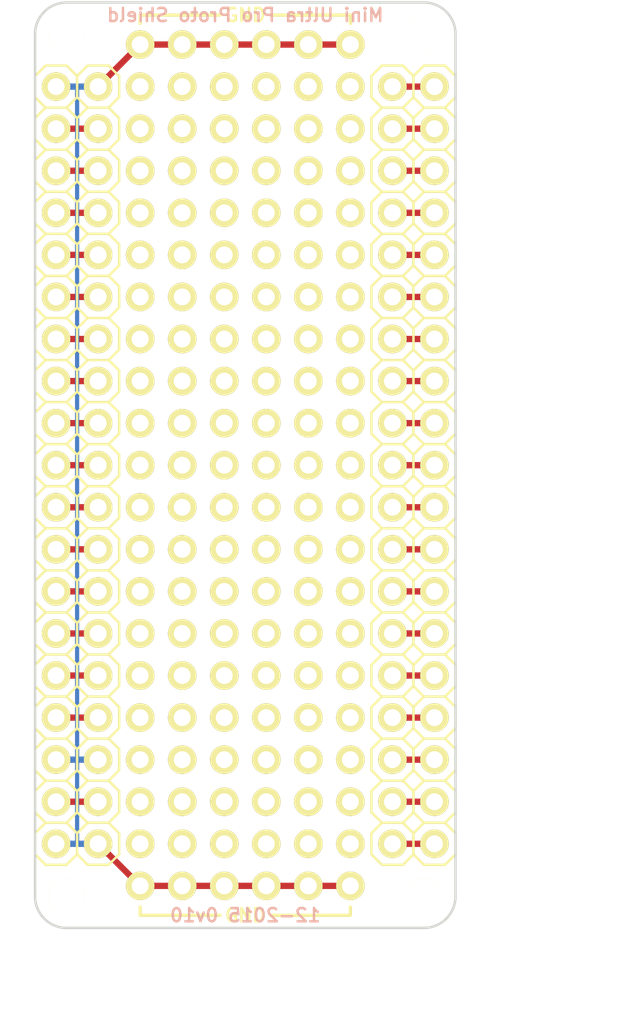
<source format=kicad_pcb>
(kicad_pcb (version 20221018) (generator pcbnew)
  (title_block (title "Mini Ultra Pro Proto Shield") (date "2015-12-13") (rev "0.10") (company "Rocket Scream Electronics"))
  (layers (0 "F.Cu" signal) (31 "B.Cu" signal) (34 "B.Paste" user) (35 "F.Paste" user) (36 "B.SilkS" user "B.Silkscreen") (37 "F.SilkS" user "F.Silkscreen") (38 "B.Mask" user) (39 "F.Mask" user) (44 "Edge.Cuts" user))
  (net 0 "")
  (net 1 "GND")
  (net 2 "3V3")
  (net 3 "VBUS")
  (net 4 "VBAT")
  (net 5 "/D13")
  (net 6 "VIN")
  (net 7 "/A0")
  (net 8 "/A1")
  (net 9 "/A2")
  (net 10 "/A3")
  (net 11 "/A4")
  (net 12 "/D8")
  (net 13 "/D9")
  (net 14 "/D4")
  (net 15 "/D3")
  (net 16 "/D1")
  (net 17 "/D0")
  (net 18 "/MOSI")
  (net 19 "/SCK")
  (net 20 "/MISO")
  (net 21 "/ATN")
  (net 22 "/D2")
  (net 23 "/D5")
  (net 24 "/D11")
  (net 25 "/D10")
  (net 26 "/D12")
  (net 27 "/D6")
  (net 28 "/D7")
  (net 29 "/SDA")
  (net 30 "/SCL")
  (net 31 "/A5")
  (net 32 "AREF")
  (net 33 "/RST")
  (net 34 "/D30")
  (net 35 "/D31")
  (net 36 "5V0")
  (net 37 "Net-(J4-Pad14)")
  (net 38 "Net-(J4-Pad13)")
  (net 39 "Net-(J4-Pad12)")
  (net 40 "Net-(J4-Pad11)")
  (net 41 "Net-(J4-Pad1)")
  (net 42 "Net-(J4-Pad2)")
  (net 43 "Net-(J4-Pad3)")
  (net 44 "Net-(J4-Pad4)")
  (net 45 "Net-(J4-Pad5)")
  (net 46 "Net-(J4-Pad6)")
  (net 47 "Net-(J4-Pad7)")
  (net 48 "Net-(J4-Pad8)")
  (net 49 "Net-(J4-Pad9)")
  (net 50 "Net-(J4-Pad10)")
  (net 51 "Net-(J4-Pad15)")
  (net 52 "Net-(J4-Pad16)")
  (net 53 "Net-(J4-Pad17)")
  (net 54 "Net-(J4-Pad18)")
  (net 55 "Net-(J4-Pad19)")
  (net 56 "Net-(J5-Pad14)")
  (net 57 "Net-(J5-Pad13)")
  (net 58 "Net-(J5-Pad12)")
  (net 59 "Net-(J5-Pad11)")
  (net 60 "Net-(J5-Pad1)")
  (net 61 "Net-(J5-Pad2)")
  (net 62 "Net-(J5-Pad3)")
  (net 63 "Net-(J5-Pad4)")
  (net 64 "Net-(J5-Pad5)")
  (net 65 "Net-(J5-Pad6)")
  (net 66 "Net-(J5-Pad7)")
  (net 67 "Net-(J5-Pad8)")
  (net 68 "Net-(J5-Pad9)")
  (net 69 "Net-(J5-Pad10)")
  (net 70 "Net-(J5-Pad15)")
  (net 71 "Net-(J5-Pad16)")
  (net 72 "Net-(J5-Pad17)")
  (net 73 "Net-(J5-Pad18)")
  (net 74 "Net-(J5-Pad19)")
  (net 75 "Net-(J6-Pad14)")
  (net 76 "Net-(J6-Pad13)")
  (net 77 "Net-(J6-Pad12)")
  (net 78 "Net-(J6-Pad11)")
  (net 79 "Net-(J6-Pad1)")
  (net 80 "Net-(J6-Pad2)")
  (net 81 "Net-(J6-Pad3)")
  (net 82 "Net-(J6-Pad4)")
  (net 83 "Net-(J6-Pad5)")
  (net 84 "Net-(J6-Pad6)")
  (net 85 "Net-(J6-Pad7)")
  (net 86 "Net-(J6-Pad8)")
  (net 87 "Net-(J6-Pad9)")
  (net 88 "Net-(J6-Pad10)")
  (net 89 "Net-(J6-Pad15)")
  (net 90 "Net-(J6-Pad16)")
  (net 91 "Net-(J6-Pad17)")
  (net 92 "Net-(J6-Pad18)")
  (net 93 "Net-(J6-Pad19)")
  (net 94 "Net-(J7-Pad14)")
  (net 95 "Net-(J7-Pad13)")
  (net 96 "Net-(J7-Pad12)")
  (net 97 "Net-(J7-Pad11)")
  (net 98 "Net-(J7-Pad1)")
  (net 99 "Net-(J7-Pad2)")
  (net 100 "Net-(J7-Pad3)")
  (net 101 "Net-(J7-Pad4)")
  (net 102 "Net-(J7-Pad5)")
  (net 103 "Net-(J7-Pad6)")
  (net 104 "Net-(J7-Pad7)")
  (net 105 "Net-(J7-Pad8)")
  (net 106 "Net-(J7-Pad9)")
  (net 107 "Net-(J7-Pad10)")
  (net 108 "Net-(J7-Pad15)")
  (net 109 "Net-(J7-Pad16)")
  (net 110 "Net-(J7-Pad17)")
  (net 111 "Net-(J7-Pad18)")
  (net 112 "Net-(J7-Pad19)")
  (net 113 "Net-(J8-Pad14)")
  (net 114 "Net-(J8-Pad13)")
  (net 115 "Net-(J8-Pad12)")
  (net 116 "Net-(J8-Pad11)")
  (net 117 "Net-(J8-Pad1)")
  (net 118 "Net-(J8-Pad2)")
  (net 119 "Net-(J8-Pad3)")
  (net 120 "Net-(J8-Pad4)")
  (net 121 "Net-(J8-Pad5)")
  (net 122 "Net-(J8-Pad6)")
  (net 123 "Net-(J8-Pad7)")
  (net 124 "Net-(J8-Pad8)")
  (net 125 "Net-(J8-Pad9)")
  (net 126 "Net-(J8-Pad10)")
  (net 127 "Net-(J8-Pad15)")
  (net 128 "Net-(J8-Pad16)")
  (net 129 "Net-(J8-Pad17)")
  (net 130 "Net-(J8-Pad18)")
  (net 131 "Net-(J8-Pad19)")
  (net 132 "Net-(J9-Pad14)")
  (net 133 "Net-(J9-Pad13)")
  (net 134 "Net-(J9-Pad12)")
  (net 135 "Net-(J9-Pad11)")
  (net 136 "Net-(J9-Pad1)")
  (net 137 "Net-(J9-Pad2)")
  (net 138 "Net-(J9-Pad3)")
  (net 139 "Net-(J9-Pad4)")
  (net 140 "Net-(J9-Pad5)")
  (net 141 "Net-(J9-Pad6)")
  (net 142 "Net-(J9-Pad7)")
  (net 143 "Net-(J9-Pad8)")
  (net 144 "Net-(J9-Pad9)")
  (net 145 "Net-(J9-Pad10)")
  (net 146 "Net-(J9-Pad15)")
  (net 147 "Net-(J9-Pad16)")
  (net 148 "Net-(J9-Pad17)")
  (net 149 "Net-(J9-Pad18)")
  (net 150 "Net-(J9-Pad19)")
  (footprint "RocketScreamKicadLibrary:HOLE_NPTH_2.2MM" (layer "F.Cu") (at 128.905 125.095)
    (fp_text reference "M1" hide)
    (fp_text value "MOUNT_HOLE")
    (pad "" np_thru_hole circle locked (at 0 0) (size 2.2 2.2) (drill 2.2) (layers "*.Cu" "*.Mask" "F.SilkS"))
  )
  (footprint "RocketScreamKicadLibrary:HOLE_NPTH_2.2MM" (layer "F.Cu") (at 128.905 73.025)
    (fp_text reference "M3" hide)
    (fp_text value "MOUNT_HOLE")
    (pad "" np_thru_hole circle locked (at 0 0) (size 2.2 2.2) (drill 2.2) (layers "*.Cu" "*.Mask" "F.SilkS"))
  )
  (footprint "RocketScreamKicadLibrary:HOLE_NPTH_2.2MM" (layer "F.Cu") (at 150.495 73.025)
    (fp_text reference "M4" hide)
    (fp_text value "MOUNT_HOLE")
    (pad "" np_thru_hole circle locked (at 0 0) (size 2.2 2.2) (drill 2.2) (layers "*.Cu" "*.Mask" "F.SilkS"))
  )
  (footprint "RocketScreamKicadLibrary:HOLE_NPTH_2.2MM" (layer "F.Cu") (at 150.495 125.095)
    (fp_text reference "M2" hide)
    (fp_text value "MOUNT_HOLE")
    (pad "" np_thru_hole circle locked (at 0 0) (size 2.2 2.2) (drill 2.2) (layers "*.Cu" "*.Mask" "F.SilkS"))
  )
  (footprint "RocketScreamKicadLibrary:HDR_1x19_Pitch2.54mm_WithoutSilk" (layer "F.Cu") (at 133.35 99.06 -90)
    (fp_text reference "J4" hide)
    (fp_text value "CONN-HDR-1x19")
    (pad "1" thru_hole oval (at -22.86 0 270) (size 1.7272 1.7272) (drill 1.016) (layers "*.Cu" "*.Mask" "F.SilkS") (net 41 "Net-(J4-Pad1)"))
    (pad "2" thru_hole oval (at -20.32 0 270) (size 1.7272 1.7272) (drill 1.016) (layers "*.Cu" "*.Mask" "F.SilkS") (net 42 "Net-(J4-Pad2)"))
    (pad "3" thru_hole oval (at -17.78 0 270) (size 1.7272 1.7272) (drill 1.016) (layers "*.Cu" "*.Mask" "F.SilkS") (net 43 "Net-(J4-Pad3)"))
    (pad "4" thru_hole oval (at -15.24 0 270) (size 1.7272 1.7272) (drill 1.016) (layers "*.Cu" "*.Mask" "F.SilkS") (net 44 "Net-(J4-Pad4)"))
    (pad "5" thru_hole oval (at -12.7 0 270) (size 1.7272 1.7272) (drill 1.016) (layers "*.Cu" "*.Mask" "F.SilkS") (net 45 "Net-(J4-Pad5)"))
    (pad "6" thru_hole oval (at -10.16 0 270) (size 1.7272 1.7272) (drill 1.016) (layers "*.Cu" "*.Mask" "F.SilkS") (net 46 "Net-(J4-Pad6)"))
    (pad "7" thru_hole oval (at -7.62 0 270) (size 1.7272 1.7272) (drill 1.016) (layers "*.Cu" "*.Mask" "F.SilkS") (net 47 "Net-(J4-Pad7)"))
    (pad "8" thru_hole oval (at -5.08 0 270) (size 1.7272 1.7272) (drill 1.016) (layers "*.Cu" "*.Mask" "F.SilkS") (net 48 "Net-(J4-Pad8)"))
    (pad "9" thru_hole oval (at -2.54 0 270) (size 1.7272 1.7272) (drill 1.016) (layers "*.Cu" "*.Mask" "F.SilkS") (net 49 "Net-(J4-Pad9)"))
    (pad "10" thru_hole oval (at 0 0 270) (size 1.7272 1.7272) (drill 1.016) (layers "*.Cu" "*.Mask" "F.SilkS") (net 50 "Net-(J4-Pad10)"))
    (pad "11" thru_hole oval (at 2.54 0 270) (size 1.7272 1.7272) (drill 1.016) (layers "*.Cu" "*.Mask" "F.SilkS") (net 40 "Net-(J4-Pad11)"))
    (pad "12" thru_hole oval (at 5.08 0 270) (size 1.7272 1.7272) (drill 1.016) (layers "*.Cu" "*.Mask" "F.SilkS") (net 39 "Net-(J4-Pad12)"))
    (pad "13" thru_hole oval (at 7.62 0 270) (size 1.7272 1.7272) (drill 1.016) (layers "*.Cu" "*.Mask" "F.SilkS") (net 38 "Net-(J4-Pad13)"))
    (pad "14" thru_hole oval (at 10.16 0 270) (size 1.7272 1.7272) (drill 1.016) (layers "*.Cu" "*.Mask" "F.SilkS") (net 37 "Net-(J4-Pad14)"))
    (pad "15" thru_hole oval (at 12.7 0 270) (size 1.7272 1.7272) (drill 1.016) (layers "*.Cu" "*.Mask" "F.SilkS") (net 51 "Net-(J4-Pad15)"))
    (pad "16" thru_hole oval (at 15.24 0 270) (size 1.7272 1.7272) (drill 1.016) (layers "*.Cu" "*.Mask" "F.SilkS") (net 52 "Net-(J4-Pad16)"))
    (pad "17" thru_hole oval (at 17.78 0 270) (size 1.7272 1.7272) (drill 1.016) (layers "*.Cu" "*.Mask" "F.SilkS") (net 53 "Net-(J4-Pad17)"))
    (pad "18" thru_hole oval (at 20.32 0 270) (size 1.7272 1.7272) (drill 1.016) (layers "*.Cu" "*.Mask" "F.SilkS") (net 54 "Net-(J4-Pad18)"))
    (pad "19" thru_hole oval (at 22.86 0 270) (size 1.7272 1.7272) (drill 1.016) (layers "*.Cu" "*.Mask" "F.SilkS") (net 55 "Net-(J4-Pad19)"))
  )
  (footprint "RocketScreamKicadLibrary:HDR_1x19_Pitch2.54mm_WithoutSilk" (layer "F.Cu") (at 135.89 99.06 -90)
    (fp_text reference "J5" hide)
    (fp_text value "CONN-HDR-1x19")
    (pad "1" thru_hole oval (at -22.86 0 270) (size 1.7272 1.7272) (drill 1.016) (layers "*.Cu" "*.Mask" "F.SilkS") (net 60 "Net-(J5-Pad1)"))
    (pad "2" thru_hole oval (at -20.32 0 270) (size 1.7272 1.7272) (drill 1.016) (layers "*.Cu" "*.Mask" "F.SilkS") (net 61 "Net-(J5-Pad2)"))
    (pad "3" thru_hole oval (at -17.78 0 270) (size 1.7272 1.7272) (drill 1.016) (layers "*.Cu" "*.Mask" "F.SilkS") (net 62 "Net-(J5-Pad3)"))
    (pad "4" thru_hole oval (at -15.24 0 270) (size 1.7272 1.7272) (drill 1.016) (layers "*.Cu" "*.Mask" "F.SilkS") (net 63 "Net-(J5-Pad4)"))
    (pad "5" thru_hole oval (at -12.7 0 270) (size 1.7272 1.7272) (drill 1.016) (layers "*.Cu" "*.Mask" "F.SilkS") (net 64 "Net-(J5-Pad5)"))
    (pad "6" thru_hole oval (at -10.16 0 270) (size 1.7272 1.7272) (drill 1.016) (layers "*.Cu" "*.Mask" "F.SilkS") (net 65 "Net-(J5-Pad6)"))
    (pad "7" thru_hole oval (at -7.62 0 270) (size 1.7272 1.7272) (drill 1.016) (layers "*.Cu" "*.Mask" "F.SilkS") (net 66 "Net-(J5-Pad7)"))
    (pad "8" thru_hole oval (at -5.08 0 270) (size 1.7272 1.7272) (drill 1.016) (layers "*.Cu" "*.Mask" "F.SilkS") (net 67 "Net-(J5-Pad8)"))
    (pad "9" thru_hole oval (at -2.54 0 270) (size 1.7272 1.7272) (drill 1.016) (layers "*.Cu" "*.Mask" "F.SilkS") (net 68 "Net-(J5-Pad9)"))
    (pad "10" thru_hole oval (at 0 0 270) (size 1.7272 1.7272) (drill 1.016) (layers "*.Cu" "*.Mask" "F.SilkS") (net 69 "Net-(J5-Pad10)"))
    (pad "11" thru_hole oval (at 2.54 0 270) (size 1.7272 1.7272) (drill 1.016) (layers "*.Cu" "*.Mask" "F.SilkS") (net 59 "Net-(J5-Pad11)"))
    (pad "12" thru_hole oval (at 5.08 0 270) (size 1.7272 1.7272) (drill 1.016) (layers "*.Cu" "*.Mask" "F.SilkS") (net 58 "Net-(J5-Pad12)"))
    (pad "13" thru_hole oval (at 7.62 0 270) (size 1.7272 1.7272) (drill 1.016) (layers "*.Cu" "*.Mask" "F.SilkS") (net 57 "Net-(J5-Pad13)"))
    (pad "14" thru_hole oval (at 10.16 0 270) (size 1.7272 1.7272) (drill 1.016) (layers "*.Cu" "*.Mask" "F.SilkS") (net 56 "Net-(J5-Pad14)"))
    (pad "15" thru_hole oval (at 12.7 0 270) (size 1.7272 1.7272) (drill 1.016) (layers "*.Cu" "*.Mask" "F.SilkS") (net 70 "Net-(J5-Pad15)"))
    (pad "16" thru_hole oval (at 15.24 0 270) (size 1.7272 1.7272) (drill 1.016) (layers "*.Cu" "*.Mask" "F.SilkS") (net 71 "Net-(J5-Pad16)"))
    (pad "17" thru_hole oval (at 17.78 0 270) (size 1.7272 1.7272) (drill 1.016) (layers "*.Cu" "*.Mask" "F.SilkS") (net 72 "Net-(J5-Pad17)"))
    (pad "18" thru_hole oval (at 20.32 0 270) (size 1.7272 1.7272) (drill 1.016) (layers "*.Cu" "*.Mask" "F.SilkS") (net 73 "Net-(J5-Pad18)"))
    (pad "19" thru_hole oval (at 22.86 0 270) (size 1.7272 1.7272) (drill 1.016) (layers "*.Cu" "*.Mask" "F.SilkS") (net 74 "Net-(J5-Pad19)"))
  )
  (footprint "RocketScreamKicadLibrary:HDR_1x19_Pitch2.54mm_WithoutSilk" (layer "F.Cu") (at 138.43 99.06 -90)
    (fp_text reference "J6" hide)
    (fp_text value "CONN-HDR-1x19")
    (pad "1" thru_hole oval (at -22.86 0 270) (size 1.7272 1.7272) (drill 1.016) (layers "*.Cu" "*.Mask" "F.SilkS") (net 79 "Net-(J6-Pad1)"))
    (pad "2" thru_hole oval (at -20.32 0 270) (size 1.7272 1.7272) (drill 1.016) (layers "*.Cu" "*.Mask" "F.SilkS") (net 80 "Net-(J6-Pad2)"))
    (pad "3" thru_hole oval (at -17.78 0 270) (size 1.7272 1.7272) (drill 1.016) (layers "*.Cu" "*.Mask" "F.SilkS") (net 81 "Net-(J6-Pad3)"))
    (pad "4" thru_hole oval (at -15.24 0 270) (size 1.7272 1.7272) (drill 1.016) (layers "*.Cu" "*.Mask" "F.SilkS") (net 82 "Net-(J6-Pad4)"))
    (pad "5" thru_hole oval (at -12.7 0 270) (size 1.7272 1.7272) (drill 1.016) (layers "*.Cu" "*.Mask" "F.SilkS") (net 83 "Net-(J6-Pad5)"))
    (pad "6" thru_hole oval (at -10.16 0 270) (size 1.7272 1.7272) (drill 1.016) (layers "*.Cu" "*.Mask" "F.SilkS") (net 84 "Net-(J6-Pad6)"))
    (pad "7" thru_hole oval (at -7.62 0 270) (size 1.7272 1.7272) (drill 1.016) (layers "*.Cu" "*.Mask" "F.SilkS") (net 85 "Net-(J6-Pad7)"))
    (pad "8" thru_hole oval (at -5.08 0 270) (size 1.7272 1.7272) (drill 1.016) (layers "*.Cu" "*.Mask" "F.SilkS") (net 86 "Net-(J6-Pad8)"))
    (pad "9" thru_hole oval (at -2.54 0 270) (size 1.7272 1.7272) (drill 1.016) (layers "*.Cu" "*.Mask" "F.SilkS") (net 87 "Net-(J6-Pad9)"))
    (pad "10" thru_hole oval (at 0 0 270) (size 1.7272 1.7272) (drill 1.016) (layers "*.Cu" "*.Mask" "F.SilkS") (net 88 "Net-(J6-Pad10)"))
    (pad "11" thru_hole oval (at 2.54 0 270) (size 1.7272 1.7272) (drill 1.016) (layers "*.Cu" "*.Mask" "F.SilkS") (net 78 "Net-(J6-Pad11)"))
    (pad "12" thru_hole oval (at 5.08 0 270) (size 1.7272 1.7272) (drill 1.016) (layers "*.Cu" "*.Mask" "F.SilkS") (net 77 "Net-(J6-Pad12)"))
    (pad "13" thru_hole oval (at 7.62 0 270) (size 1.7272 1.7272) (drill 1.016) (layers "*.Cu" "*.Mask" "F.SilkS") (net 76 "Net-(J6-Pad13)"))
    (pad "14" thru_hole oval (at 10.16 0 270) (size 1.7272 1.7272) (drill 1.016) (layers "*.Cu" "*.Mask" "F.SilkS") (net 75 "Net-(J6-Pad14)"))
    (pad "15" thru_hole oval (at 12.7 0 270) (size 1.7272 1.7272) (drill 1.016) (layers "*.Cu" "*.Mask" "F.SilkS") (net 89 "Net-(J6-Pad15)"))
    (pad "16" thru_hole oval (at 15.24 0 270) (size 1.7272 1.7272) (drill 1.016) (layers "*.Cu" "*.Mask" "F.SilkS") (net 90 "Net-(J6-Pad16)"))
    (pad "17" thru_hole oval (at 17.78 0 270) (size 1.7272 1.7272) (drill 1.016) (layers "*.Cu" "*.Mask" "F.SilkS") (net 91 "Net-(J6-Pad17)"))
    (pad "18" thru_hole oval (at 20.32 0 270) (size 1.7272 1.7272) (drill 1.016) (layers "*.Cu" "*.Mask" "F.SilkS") (net 92 "Net-(J6-Pad18)"))
    (pad "19" thru_hole oval (at 22.86 0 270) (size 1.7272 1.7272) (drill 1.016) (layers "*.Cu" "*.Mask" "F.SilkS") (net 93 "Net-(J6-Pad19)"))
  )
  (footprint "RocketScreamKicadLibrary:HDR_1x19_Pitch2.54mm_WithoutSilk" (layer "F.Cu") (at 140.97 99.06 -90)
    (fp_text reference "J7" hide)
    (fp_text value "CONN-HDR-1x19")
    (pad "1" thru_hole oval (at -22.86 0 270) (size 1.7272 1.7272) (drill 1.016) (layers "*.Cu" "*.Mask" "F.SilkS") (net 98 "Net-(J7-Pad1)"))
    (pad "2" thru_hole oval (at -20.32 0 270) (size 1.7272 1.7272) (drill 1.016) (layers "*.Cu" "*.Mask" "F.SilkS") (net 99 "Net-(J7-Pad2)"))
    (pad "3" thru_hole oval (at -17.78 0 270) (size 1.7272 1.7272) (drill 1.016) (layers "*.Cu" "*.Mask" "F.SilkS") (net 100 "Net-(J7-Pad3)"))
    (pad "4" thru_hole oval (at -15.24 0 270) (size 1.7272 1.7272) (drill 1.016) (layers "*.Cu" "*.Mask" "F.SilkS") (net 101 "Net-(J7-Pad4)"))
    (pad "5" thru_hole oval (at -12.7 0 270) (size 1.7272 1.7272) (drill 1.016) (layers "*.Cu" "*.Mask" "F.SilkS") (net 102 "Net-(J7-Pad5)"))
    (pad "6" thru_hole oval (at -10.16 0 270) (size 1.7272 1.7272) (drill 1.016) (layers "*.Cu" "*.Mask" "F.SilkS") (net 103 "Net-(J7-Pad6)"))
    (pad "7" thru_hole oval (at -7.62 0 270) (size 1.7272 1.7272) (drill 1.016) (layers "*.Cu" "*.Mask" "F.SilkS") (net 104 "Net-(J7-Pad7)"))
    (pad "8" thru_hole oval (at -5.08 0 270) (size 1.7272 1.7272) (drill 1.016) (layers "*.Cu" "*.Mask" "F.SilkS") (net 105 "Net-(J7-Pad8)"))
    (pad "9" thru_hole oval (at -2.54 0 270) (size 1.7272 1.7272) (drill 1.016) (layers "*.Cu" "*.Mask" "F.SilkS") (net 106 "Net-(J7-Pad9)"))
    (pad "10" thru_hole oval (at 0 0 270) (size 1.7272 1.7272) (drill 1.016) (layers "*.Cu" "*.Mask" "F.SilkS") (net 107 "Net-(J7-Pad10)"))
    (pad "11" thru_hole oval (at 2.54 0 270) (size 1.7272 1.7272) (drill 1.016) (layers "*.Cu" "*.Mask" "F.SilkS") (net 97 "Net-(J7-Pad11)"))
    (pad "12" thru_hole oval (at 5.08 0 270) (size 1.7272 1.7272) (drill 1.016) (layers "*.Cu" "*.Mask" "F.SilkS") (net 96 "Net-(J7-Pad12)"))
    (pad "13" thru_hole oval (at 7.62 0 270) (size 1.7272 1.7272) (drill 1.016) (layers "*.Cu" "*.Mask" "F.SilkS") (net 95 "Net-(J7-Pad13)"))
    (pad "14" thru_hole oval (at 10.16 0 270) (size 1.7272 1.7272) (drill 1.016) (layers "*.Cu" "*.Mask" "F.SilkS") (net 94 "Net-(J7-Pad14)"))
    (pad "15" thru_hole oval (at 12.7 0 270) (size 1.7272 1.7272) (drill 1.016) (layers "*.Cu" "*.Mask" "F.SilkS") (net 108 "Net-(J7-Pad15)"))
    (pad "16" thru_hole oval (at 15.24 0 270) (size 1.7272 1.7272) (drill 1.016) (layers "*.Cu" "*.Mask" "F.SilkS") (net 109 "Net-(J7-Pad16)"))
    (pad "17" thru_hole oval (at 17.78 0 270) (size 1.7272 1.7272) (drill 1.016) (layers "*.Cu" "*.Mask" "F.SilkS") (net 110 "Net-(J7-Pad17)"))
    (pad "18" thru_hole oval (at 20.32 0 270) (size 1.7272 1.7272) (drill 1.016) (layers "*.Cu" "*.Mask" "F.SilkS") (net 111 "Net-(J7-Pad18)"))
    (pad "19" thru_hole oval (at 22.86 0 270) (size 1.7272 1.7272) (drill 1.016) (layers "*.Cu" "*.Mask" "F.SilkS") (net 112 "Net-(J7-Pad19)"))
  )
  (footprint "RocketScreamKicadLibrary:HDR_1x19_Pitch2.54mm_WithoutSilk" (layer "F.Cu") (at 143.51 99.06 -90)
    (fp_text reference "J8" hide)
    (fp_text value "CONN-HDR-1x19")
    (pad "1" thru_hole oval (at -22.86 0 270) (size 1.7272 1.7272) (drill 1.016) (layers "*.Cu" "*.Mask" "F.SilkS") (net 117 "Net-(J8-Pad1)"))
    (pad "2" thru_hole oval (at -20.32 0 270) (size 1.7272 1.7272) (drill 1.016) (layers "*.Cu" "*.Mask" "F.SilkS") (net 118 "Net-(J8-Pad2)"))
    (pad "3" thru_hole oval (at -17.78 0 270) (size 1.7272 1.7272) (drill 1.016) (layers "*.Cu" "*.Mask" "F.SilkS") (net 119 "Net-(J8-Pad3)"))
    (pad "4" thru_hole oval (at -15.24 0 270) (size 1.7272 1.7272) (drill 1.016) (layers "*.Cu" "*.Mask" "F.SilkS") (net 120 "Net-(J8-Pad4)"))
    (pad "5" thru_hole oval (at -12.7 0 270) (size 1.7272 1.7272) (drill 1.016) (layers "*.Cu" "*.Mask" "F.SilkS") (net 121 "Net-(J8-Pad5)"))
    (pad "6" thru_hole oval (at -10.16 0 270) (size 1.7272 1.7272) (drill 1.016) (layers "*.Cu" "*.Mask" "F.SilkS") (net 122 "Net-(J8-Pad6)"))
    (pad "7" thru_hole oval (at -7.62 0 270) (size 1.7272 1.7272) (drill 1.016) (layers "*.Cu" "*.Mask" "F.SilkS") (net 123 "Net-(J8-Pad7)"))
    (pad "8" thru_hole oval (at -5.08 0 270) (size 1.7272 1.7272) (drill 1.016) (layers "*.Cu" "*.Mask" "F.SilkS") (net 124 "Net-(J8-Pad8)"))
    (pad "9" thru_hole oval (at -2.54 0 270) (size 1.7272 1.7272) (drill 1.016) (layers "*.Cu" "*.Mask" "F.SilkS") (net 125 "Net-(J8-Pad9)"))
    (pad "10" thru_hole oval (at 0 0 270) (size 1.7272 1.7272) (drill 1.016) (layers "*.Cu" "*.Mask" "F.SilkS") (net 126 "Net-(J8-Pad10)"))
    (pad "11" thru_hole oval (at 2.54 0 270) (size 1.7272 1.7272) (drill 1.016) (layers "*.Cu" "*.Mask" "F.SilkS") (net 116 "Net-(J8-Pad11)"))
    (pad "12" thru_hole oval (at 5.08 0 270) (size 1.7272 1.7272) (drill 1.016) (layers "*.Cu" "*.Mask" "F.SilkS") (net 115 "Net-(J8-Pad12)"))
    (pad "13" thru_hole oval (at 7.62 0 270) (size 1.7272 1.7272) (drill 1.016) (layers "*.Cu" "*.Mask" "F.SilkS") (net 114 "Net-(J8-Pad13)"))
    (pad "14" thru_hole oval (at 10.16 0 270) (size 1.7272 1.7272) (drill 1.016) (layers "*.Cu" "*.Mask" "F.SilkS") (net 113 "Net-(J8-Pad14)"))
    (pad "15" thru_hole oval (at 12.7 0 270) (size 1.7272 1.7272) (drill 1.016) (layers "*.Cu" "*.Mask" "F.SilkS") (net 127 "Net-(J8-Pad15)"))
    (pad "16" thru_hole oval (at 15.24 0 270) (size 1.7272 1.7272) (drill 1.016) (layers "*.Cu" "*.Mask" "F.SilkS") (net 128 "Net-(J8-Pad16)"))
    (pad "17" thru_hole oval (at 17.78 0 270) (size 1.7272 1.7272) (drill 1.016) (layers "*.Cu" "*.Mask" "F.SilkS") (net 129 "Net-(J8-Pad17)"))
    (pad "18" thru_hole oval (at 20.32 0 270) (size 1.7272 1.7272) (drill 1.016) (layers "*.Cu" "*.Mask" "F.SilkS") (net 130 "Net-(J8-Pad18)"))
    (pad "19" thru_hole oval (at 22.86 0 270) (size 1.7272 1.7272) (drill 1.016) (layers "*.Cu" "*.Mask" "F.SilkS") (net 131 "Net-(J8-Pad19)"))
  )
  (footprint "RocketScreamKicadLibrary:HDR_1x19_Pitch2.54mm_WithoutSilk" (layer "F.Cu") (at 146.05 99.06 -90)
    (fp_text reference "J9" hide)
    (fp_text value "CONN-HDR-1x19")
    (pad "1" thru_hole oval (at -22.86 0 270) (size 1.7272 1.7272) (drill 1.016) (layers "*.Cu" "*.Mask" "F.SilkS") (net 136 "Net-(J9-Pad1)"))
    (pad "2" thru_hole oval (at -20.32 0 270) (size 1.7272 1.7272) (drill 1.016) (layers "*.Cu" "*.Mask" "F.SilkS") (net 137 "Net-(J9-Pad2)"))
    (pad "3" thru_hole oval (at -17.78 0 270) (size 1.7272 1.7272) (drill 1.016) (layers "*.Cu" "*.Mask" "F.SilkS") (net 138 "Net-(J9-Pad3)"))
    (pad "4" thru_hole oval (at -15.24 0 270) (size 1.7272 1.7272) (drill 1.016) (layers "*.Cu" "*.Mask" "F.SilkS") (net 139 "Net-(J9-Pad4)"))
    (pad "5" thru_hole oval (at -12.7 0 270) (size 1.7272 1.7272) (drill 1.016) (layers "*.Cu" "*.Mask" "F.SilkS") (net 140 "Net-(J9-Pad5)"))
    (pad "6" thru_hole oval (at -10.16 0 270) (size 1.7272 1.7272) (drill 1.016) (layers "*.Cu" "*.Mask" "F.SilkS") (net 141 "Net-(J9-Pad6)"))
    (pad "7" thru_hole oval (at -7.62 0 270) (size 1.7272 1.7272) (drill 1.016) (layers "*.Cu" "*.Mask" "F.SilkS") (net 142 "Net-(J9-Pad7)"))
    (pad "8" thru_hole oval (at -5.08 0 270) (size 1.7272 1.7272) (drill 1.016) (layers "*.Cu" "*.Mask" "F.SilkS") (net 143 "Net-(J9-Pad8)"))
    (pad "9" thru_hole oval (at -2.54 0 270) (size 1.7272 1.7272) (drill 1.016) (layers "*.Cu" "*.Mask" "F.SilkS") (net 144 "Net-(J9-Pad9)"))
    (pad "10" thru_hole oval (at 0 0 270) (size 1.7272 1.7272) (drill 1.016) (layers "*.Cu" "*.Mask" "F.SilkS") (net 145 "Net-(J9-Pad10)"))
    (pad "11" thru_hole oval (at 2.54 0 270) (size 1.7272 1.7272) (drill 1.016) (layers "*.Cu" "*.Mask" "F.SilkS") (net 135 "Net-(J9-Pad11)"))
    (pad "12" thru_hole oval (at 5.08 0 270) (size 1.7272 1.7272) (drill 1.016) (layers "*.Cu" "*.Mask" "F.SilkS") (net 134 "Net-(J9-Pad12)"))
    (pad "13" thru_hole oval (at 7.62 0 270) (size 1.7272 1.7272) (drill 1.016) (layers "*.Cu" "*.Mask" "F.SilkS") (net 133 "Net-(J9-Pad13)"))
    (pad "14" thru_hole oval (at 10.16 0 270) (size 1.7272 1.7272) (drill 1.016) (layers "*.Cu" "*.Mask" "F.SilkS") (net 132 "Net-(J9-Pad14)"))
    (pad "15" thru_hole oval (at 12.7 0 270) (size 1.7272 1.7272) (drill 1.016) (layers "*.Cu" "*.Mask" "F.SilkS") (net 146 "Net-(J9-Pad15)"))
    (pad "16" thru_hole oval (at 15.24 0 270) (size 1.7272 1.7272) (drill 1.016) (layers "*.Cu" "*.Mask" "F.SilkS") (net 147 "Net-(J9-Pad16)"))
    (pad "17" thru_hole oval (at 17.78 0 270) (size 1.7272 1.7272) (drill 1.016) (layers "*.Cu" "*.Mask" "F.SilkS") (net 148 "Net-(J9-Pad17)"))
    (pad "18" thru_hole oval (at 20.32 0 270) (size 1.7272 1.7272) (drill 1.016) (layers "*.Cu" "*.Mask" "F.SilkS") (net 149 "Net-(J9-Pad18)"))
    (pad "19" thru_hole oval (at 22.86 0 270) (size 1.7272 1.7272) (drill 1.016) (layers "*.Cu" "*.Mask" "F.SilkS") (net 150 "Net-(J9-Pad19)"))
  )
  (footprint "RocketScreamKicadLibrary:HDR_1x6_Pitch2.54mm_WithoutSilk" (layer "F.Cu") (at 139.7 73.66)
    (fp_text reference "J11" hide)
    (fp_text value "CONN-HDR-1x6")
    (pad "1" thru_hole oval (at -6.35 0) (size 1.7272 1.7272) (drill 1.016) (layers "*.Cu" "*.Mask" "F.SilkS") (net 1 "GND"))
    (pad "2" thru_hole oval (at -3.81 0) (size 1.7272 1.7272) (drill 1.016) (layers "*.Cu" "*.Mask" "F.SilkS") (net 1 "GND"))
    (pad "3" thru_hole oval (at -1.27 0) (size 1.7272 1.7272) (drill 1.016) (layers "*.Cu" "*.Mask" "F.SilkS") (net 1 "GND"))
    (pad "4" thru_hole oval (at 1.27 0) (size 1.7272 1.7272) (drill 1.016) (layers "*.Cu" "*.Mask" "F.SilkS") (net 1 "GND"))
    (pad "5" thru_hole oval (at 3.81 0) (size 1.7272 1.7272) (drill 1.016) (layers "*.Cu" "*.Mask" "F.SilkS") (net 1 "GND"))
    (pad "6" thru_hole oval (at 6.35 0) (size 1.7272 1.7272) (drill 1.016) (layers "*.Cu" "*.Mask" "F.SilkS") (net 1 "GND"))
  )
  (footprint "RocketScreamKicadLibrary:HDR_1x6_Pitch2.54mm_WithoutSilk" (layer "F.Cu") (at 139.7 124.46)
    (fp_text reference "J12" hide)
    (fp_text value "CONN-HDR-1x6")
    (pad "1" thru_hole oval (at -6.35 0) (size 1.7272 1.7272) (drill 1.016) (layers "*.Cu" "*.Mask" "F.SilkS") (net 1 "GND"))
    (pad "2" thru_hole oval (at -3.81 0) (size 1.7272 1.7272) (drill 1.016) (layers "*.Cu" "*.Mask" "F.SilkS") (net 1 "GND"))
    (pad "3" thru_hole oval (at -1.27 0) (size 1.7272 1.7272) (drill 1.016) (layers "*.Cu" "*.Mask" "F.SilkS") (net 1 "GND"))
    (pad "4" thru_hole oval (at 1.27 0) (size 1.7272 1.7272) (drill 1.016) (layers "*.Cu" "*.Mask" "F.SilkS") (net 1 "GND"))
    (pad "5" thru_hole oval (at 3.81 0) (size 1.7272 1.7272) (drill 1.016) (layers "*.Cu" "*.Mask" "F.SilkS") (net 1 "GND"))
    (pad "6" thru_hole oval (at 6.35 0) (size 1.7272 1.7272) (drill 1.016) (layers "*.Cu" "*.Mask" "F.SilkS") (net 1 "GND"))
  )
  (footprint "RocketScreamKicadLibrary:HDR_1x19_Pitch2.54mm" (layer "F.Cu") (at 128.27 99.06 -90)
    (fp_text reference "J1" hide)
    (fp_text value "CONN-HDR-1x19")
    (pad "1" thru_hole oval (at -22.86 0 270) (size 1.7272 1.7272) (drill 1.016) (layers "*.Cu" "*.Mask" "F.SilkS") (net 1 "GND"))
    (pad "2" thru_hole oval (at -20.32 0 270) (size 1.7272 1.7272) (drill 1.016) (layers "*.Cu" "*.Mask" "F.SilkS") (net 32 "AREF"))
    (pad "3" thru_hole oval (at -17.78 0 270) (size 1.7272 1.7272) (drill 1.016) (layers "*.Cu" "*.Mask" "F.SilkS") (net 7 "/A0"))
    (pad "4" thru_hole oval (at -15.24 0 270) (size 1.7272 1.7272) (drill 1.016) (layers "*.Cu" "*.Mask" "F.SilkS") (net 8 "/A1"))
    (pad "5" thru_hole oval (at -12.7 0 270) (size 1.7272 1.7272) (drill 1.016) (layers "*.Cu" "*.Mask" "F.SilkS") (net 9 "/A2"))
    (pad "6" thru_hole oval (at -10.16 0 270) (size 1.7272 1.7272) (drill 1.016) (layers "*.Cu" "*.Mask" "F.SilkS") (net 10 "/A3"))
    (pad "7" thru_hole oval (at -7.62 0 270) (size 1.7272 1.7272) (drill 1.016) (layers "*.Cu" "*.Mask" "F.SilkS") (net 11 "/A4"))
    (pad "8" thru_hole oval (at -5.08 0 270) (size 1.7272 1.7272) (drill 1.016) (layers "*.Cu" "*.Mask" "F.SilkS") (net 31 "/A5"))
    (pad "9" thru_hole oval (at -2.54 0 270) (size 1.7272 1.7272) (drill 1.016) (layers "*.Cu" "*.Mask" "F.SilkS") (net 18 "/MOSI"))
    (pad "10" thru_hole oval (at 0 0 270) (size 1.7272 1.7272) (drill 1.016) (layers "*.Cu" "*.Mask" "F.SilkS") (net 19 "/SCK"))
    (pad "11" thru_hole oval (at 2.54 0 270) (size 1.7272 1.7272) (drill 1.016) (layers "*.Cu" "*.Mask" "F.SilkS") (net 20 "/MISO"))
    (pad "12" thru_hole oval (at 5.08 0 270) (size 1.7272 1.7272) (drill 1.016) (layers "*.Cu" "*.Mask" "F.SilkS") (net 21 "/ATN"))
    (pad "13" thru_hole oval (at 7.62 0 270) (size 1.7272 1.7272) (drill 1.016) (layers "*.Cu" "*.Mask" "F.SilkS") (net 2 "3V3"))
    (pad "14" thru_hole oval (at 10.16 0 270) (size 1.7272 1.7272) (drill 1.016) (layers "*.Cu" "*.Mask" "F.SilkS") (net 3 "VBUS"))
    (pad "15" thru_hole oval (at 12.7 0 270) (size 1.7272 1.7272) (drill 1.016) (layers "*.Cu" "*.Mask" "F.SilkS") (net 36 "5V0"))
    (pad "16" thru_hole oval (at 15.24 0 270) (size 1.7272 1.7272) (drill 1.016) (layers "*.Cu" "*.Mask" "F.SilkS") (net 6 "VIN"))
    (pad "17" thru_hole oval (at 17.78 0 270) (size 1.7272 1.7272) (drill 1.016) (layers "*.Cu" "*.Mask" "F.SilkS") (net 1 "GND"))
    (pad "18" thru_hole oval (at 20.32 0 270) (size 1.7272 1.7272) (drill 1.016) (layers "*.Cu" "*.Mask" "F.SilkS") (net 4 "VBAT"))
    (pad "19" thru_hole oval (at 22.86 0 270) (size 1.7272 1.7272) (drill 1.016) (layers "*.Cu" "*.Mask" "F.SilkS") (net 1 "GND"))
  )
  (footprint "RocketScreamKicadLibrary:HDR_1x19_Pitch2.54mm" (layer "F.Cu") (at 151.13 99.06 -90)
    (fp_text reference "J2" hide)
    (fp_text value "CONN-HDR-1x19")
    (pad "1" thru_hole oval (at -22.86 0 270) (size 1.7272 1.7272) (drill 1.016) (layers "*.Cu" "*.Mask" "F.SilkS") (net 33 "/RST"))
    (pad "2" thru_hole oval (at -20.32 0 270) (size 1.7272 1.7272) (drill 1.016) (layers "*.Cu" "*.Mask" "F.SilkS") (net 35 "/D31"))
    (pad "3" thru_hole oval (at -17.78 0 270) (size 1.7272 1.7272) (drill 1.016) (layers "*.Cu" "*.Mask" "F.SilkS") (net 34 "/D30"))
    (pad "4" thru_hole oval (at -15.24 0 270) (size 1.7272 1.7272) (drill 1.016) (layers "*.Cu" "*.Mask" "F.SilkS") (net 17 "/D0"))
    (pad "5" thru_hole oval (at -12.7 0 270) (size 1.7272 1.7272) (drill 1.016) (layers "*.Cu" "*.Mask" "F.SilkS") (net 16 "/D1"))
    (pad "6" thru_hole oval (at -10.16 0 270) (size 1.7272 1.7272) (drill 1.016) (layers "*.Cu" "*.Mask" "F.SilkS") (net 22 "/D2"))
    (pad "7" thru_hole oval (at -7.62 0 270) (size 1.7272 1.7272) (drill 1.016) (layers "*.Cu" "*.Mask" "F.SilkS") (net 15 "/D3"))
    (pad "8" thru_hole oval (at -5.08 0 270) (size 1.7272 1.7272) (drill 1.016) (layers "*.Cu" "*.Mask" "F.SilkS") (net 14 "/D4"))
    (pad "9" thru_hole oval (at -2.54 0 270) (size 1.7272 1.7272) (drill 1.016) (layers "*.Cu" "*.Mask" "F.SilkS") (net 23 "/D5"))
    (pad "10" thru_hole oval (at 0 0 270) (size 1.7272 1.7272) (drill 1.016) (layers "*.Cu" "*.Mask" "F.SilkS") (net 27 "/D6"))
    (pad "11" thru_hole oval (at 2.54 0 270) (size 1.7272 1.7272) (drill 1.016) (layers "*.Cu" "*.Mask" "F.SilkS") (net 28 "/D7"))
    (pad "12" thru_hole oval (at 5.08 0 270) (size 1.7272 1.7272) (drill 1.016) (layers "*.Cu" "*.Mask" "F.SilkS") (net 12 "/D8"))
    (pad "13" thru_hole oval (at 7.62 0 270) (size 1.7272 1.7272) (drill 1.016) (layers "*.Cu" "*.Mask" "F.SilkS") (net 13 "/D9"))
    (pad "14" thru_hole oval (at 10.16 0 270) (size 1.7272 1.7272) (drill 1.016) (layers "*.Cu" "*.Mask" "F.SilkS") (net 25 "/D10"))
    (pad "15" thru_hole oval (at 12.7 0 270) (size 1.7272 1.7272) (drill 1.016) (layers "*.Cu" "*.Mask" "F.SilkS") (net 24 "/D11"))
    (pad "16" thru_hole oval (at 15.24 0 270) (size 1.7272 1.7272) (drill 1.016) (layers "*.Cu" "*.Mask" "F.SilkS") (net 26 "/D12"))
    (pad "17" thru_hole oval (at 17.78 0 270) (size 1.7272 1.7272) (drill 1.016) (layers "*.Cu" "*.Mask" "F.SilkS") (net 5 "/D13"))
    (pad "18" thru_hole oval (at 20.32 0 270) (size 1.7272 1.7272) (drill 1.016) (layers "*.Cu" "*.Mask" "F.SilkS") (net 30 "/SCL"))
    (pad "19" thru_hole oval (at 22.86 0 270) (size 1.7272 1.7272) (drill 1.016) (layers "*.Cu" "*.Mask" "F.SilkS") (net 29 "/SDA"))
  )
  (footprint "RocketScreamKicadLibrary:HDR_1x19_Pitch2.54mm" (layer "F.Cu") (at 130.81 99.06 -90)
    (fp_text reference "J3" hide)
    (fp_text value "CONN-HDR-1x19")
    (pad "1" thru_hole oval (at -22.86 0 270) (size 1.7272 1.7272) (drill 1.016) (layers "*.Cu" "*.Mask" "F.SilkS") (net 1 "GND"))
    (pad "2" thru_hole oval (at -20.32 0 270) (size 1.7272 1.7272) (drill 1.016) (layers "*.Cu" "*.Mask" "F.SilkS") (net 32 "AREF"))
    (pad "3" thru_hole oval (at -17.78 0 270) (size 1.7272 1.7272) (drill 1.016) (layers "*.Cu" "*.Mask" "F.SilkS") (net 7 "/A0"))
    (pad "4" thru_hole oval (at -15.24 0 270) (size 1.7272 1.7272) (drill 1.016) (layers "*.Cu" "*.Mask" "F.SilkS") (net 8 "/A1"))
    (pad "5" thru_hole oval (at -12.7 0 270) (size 1.7272 1.7272) (drill 1.016) (layers "*.Cu" "*.Mask" "F.SilkS") (net 9 "/A2"))
    (pad "6" thru_hole oval (at -10.16 0 270) (size 1.7272 1.7272) (drill 1.016) (layers "*.Cu" "*.Mask" "F.SilkS") (net 10 "/A3"))
    (pad "7" thru_hole oval (at -7.62 0 270) (size 1.7272 1.7272) (drill 1.016) (layers "*.Cu" "*.Mask" "F.SilkS") (net 11 "/A4"))
    (pad "8" thru_hole oval (at -5.08 0 270) (size 1.7272 1.7272) (drill 1.016) (layers "*.Cu" "*.Mask" "F.SilkS") (net 31 "/A5"))
    (pad "9" thru_hole oval (at -2.54 0 270) (size 1.7272 1.7272) (drill 1.016) (layers "*.Cu" "*.Mask" "F.SilkS") (net 18 "/MOSI"))
    (pad "10" thru_hole oval (at 0 0 270) (size 1.7272 1.7272) (drill 1.016) (layers "*.Cu" "*.Mask" "F.SilkS") (net 19 "/SCK"))
    (pad "11" thru_hole oval (at 2.54 0 270) (size 1.7272 1.7272) (drill 1.016) (layers "*.Cu" "*.Mask" "F.SilkS") (net 20 "/MISO"))
    (pad "12" thru_hole oval (at 5.08 0 270) (size 1.7272 1.7272) (drill 1.016) (layers "*.Cu" "*.Mask" "F.SilkS") (net 21 "/ATN"))
    (pad "13" thru_hole oval (at 7.62 0 270) (size 1.7272 1.7272) (drill 1.016) (layers "*.Cu" "*.Mask" "F.SilkS") (net 2 "3V3"))
    (pad "14" thru_hole oval (at 10.16 0 270) (size 1.7272 1.7272) (drill 1.016) (layers "*.Cu" "*.Mask" "F.SilkS") (net 3 "VBUS"))
    (pad "15" thru_hole oval (at 12.7 0 270) (size 1.7272 1.7272) (drill 1.016) (layers "*.Cu" "*.Mask" "F.SilkS") (net 36 "5V0"))
    (pad "16" thru_hole oval (at 15.24 0 270) (size 1.7272 1.7272) (drill 1.016) (layers "*.Cu" "*.Mask" "F.SilkS") (net 6 "VIN"))
    (pad "17" thru_hole oval (at 17.78 0 270) (size 1.7272 1.7272) (drill 1.016) (layers "*.Cu" "*.Mask" "F.SilkS") (net 1 "GND"))
    (pad "18" thru_hole oval (at 20.32 0 270) (size 1.7272 1.7272) (drill 1.016) (layers "*.Cu" "*.Mask" "F.SilkS") (net 4 "VBAT"))
    (pad "19" thru_hole oval (at 22.86 0 270) (size 1.7272 1.7272) (drill 1.016) (layers "*.Cu" "*.Mask" "F.SilkS") (net 1 "GND"))
  )
  (footprint "RocketScreamKicadLibrary:HDR_1x19_Pitch2.54mm" (layer "F.Cu") (at 148.59 99.06 -90)
    (fp_text reference "J10" hide)
    (fp_text value "CONN-HDR-1x19")
    (pad "1" thru_hole oval (at -22.86 0 270) (size 1.7272 1.7272) (drill 1.016) (layers "*.Cu" "*.Mask" "F.SilkS") (net 33 "/RST"))
    (pad "2" thru_hole oval (at -20.32 0 270) (size 1.7272 1.7272) (drill 1.016) (layers "*.Cu" "*.Mask" "F.SilkS") (net 35 "/D31"))
    (pad "3" thru_hole oval (at -17.78 0 270) (size 1.7272 1.7272) (drill 1.016) (layers "*.Cu" "*.Mask" "F.SilkS") (net 34 "/D30"))
    (pad "4" thru_hole oval (at -15.24 0 270) (size 1.7272 1.7272) (drill 1.016) (layers "*.Cu" "*.Mask" "F.SilkS") (net 17 "/D0"))
    (pad "5" thru_hole oval (at -12.7 0 270) (size 1.7272 1.7272) (drill 1.016) (layers "*.Cu" "*.Mask" "F.SilkS") (net 16 "/D1"))
    (pad "6" thru_hole oval (at -10.16 0 270) (size 1.7272 1.7272) (drill 1.016) (layers "*.Cu" "*.Mask" "F.SilkS") (net 22 "/D2"))
    (pad "7" thru_hole oval (at -7.62 0 270) (size 1.7272 1.7272) (drill 1.016) (layers "*.Cu" "*.Mask" "F.SilkS") (net 15 "/D3"))
    (pad "8" thru_hole oval (at -5.08 0 270) (size 1.7272 1.7272) (drill 1.016) (layers "*.Cu" "*.Mask" "F.SilkS") (net 14 "/D4"))
    (pad "9" thru_hole oval (at -2.54 0 270) (size 1.7272 1.7272) (drill 1.016) (layers "*.Cu" "*.Mask" "F.SilkS") (net 23 "/D5"))
    (pad "10" thru_hole oval (at 0 0 270) (size 1.7272 1.7272) (drill 1.016) (layers "*.Cu" "*.Mask" "F.SilkS") (net 27 "/D6"))
    (pad "11" thru_hole oval (at 2.54 0 270) (size 1.7272 1.7272) (drill 1.016) (layers "*.Cu" "*.Mask" "F.SilkS") (net 28 "/D7"))
    (pad "12" thru_hole oval (at 5.08 0 270) (size 1.7272 1.7272) (drill 1.016) (layers "*.Cu" "*.Mask" "F.SilkS") (net 12 "/D8"))
    (pad "13" thru_hole oval (at 7.62 0 270) (size 1.7272 1.7272) (drill 1.016) (layers "*.Cu" "*.Mask" "F.SilkS") (net 13 "/D9"))
    (pad "14" thru_hole oval (at 10.16 0 270) (size 1.7272 1.7272) (drill 1.016) (layers "*.Cu" "*.Mask" "F.SilkS") (net 25 "/D10"))
    (pad "15" thru_hole oval (at 12.7 0 270) (size 1.7272 1.7272) (drill 1.016) (layers "*.Cu" "*.Mask" "F.SilkS") (net 24 "/D11"))
    (pad "16" thru_hole oval (at 15.24 0 270) (size 1.7272 1.7272) (drill 1.016) (layers "*.Cu" "*.Mask" "F.SilkS") (net 26 "/D12"))
    (pad "17" thru_hole oval (at 17.78 0 270) (size 1.7272 1.7272) (drill 1.016) (layers "*.Cu" "*.Mask" "F.SilkS") (net 5 "/D13"))
    (pad "18" thru_hole oval (at 20.32 0 270) (size 1.7272 1.7272) (drill 1.016) (layers "*.Cu" "*.Mask" "F.SilkS") (net 30 "/SCL"))
    (pad "19" thru_hole oval (at 22.86 0 270) (size 1.7272 1.7272) (drill 1.016) (layers "*.Cu" "*.Mask" "F.SilkS") (net 29 "/SDA"))
  )
  (gr_line (start 133.35 71.882) (end 138.176 71.882) (stroke (width 0.2)) (layer "F.SilkS"))
  (gr_line (start 141.224 71.882) (end 146.05 71.882) (stroke (width 0.2)) (layer "F.SilkS"))
  (gr_line (start 133.35 71.882) (end 133.35 72.39) (stroke (width 0.2)) (layer "F.SilkS"))
  (gr_line (start 146.05 71.882) (end 146.05 72.39) (stroke (width 0.2)) (layer "F.SilkS"))
  (gr_line (start 133.35 126.238) (end 138.176 126.238) (stroke (width 0.2)) (layer "F.SilkS"))
  (gr_line (start 146.05 126.238) (end 141.224 126.238) (stroke (width 0.2)) (layer "F.SilkS"))
  (gr_line (start 133.35 126.238) (end 133.35 125.73) (stroke (width 0.2)) (layer "F.SilkS"))
  (gr_line (start 146.05 125.73) (end 146.05 126.238) (stroke (width 0.2)) (layer "F.SilkS"))
  (gr_arc (start 150.495 71.12) (mid 151.842038 71.677962) (end 152.4 73.025) (stroke (width 0.15)) (layer "Edge.Cuts"))
  (gr_arc (start 128.905 127) (mid 127.557962 126.442038) (end 127 125.095) (stroke (width 0.15)) (layer "Edge.Cuts"))
  (gr_arc (start 152.4 125.095) (mid 151.842038 126.442038) (end 150.495 127) (stroke (width 0.15)) (layer "Edge.Cuts"))
  (gr_line (start 152.4 73.025) (end 152.4 125.095) (stroke (width 0.15)) (layer "Edge.Cuts"))
  (gr_line (start 150.495 127) (end 128.905 127) (stroke (width 0.15)) (layer "Edge.Cuts"))
  (gr_line (start 127 125.095) (end 127 73.025) (stroke (width 0.15)) (layer "Edge.Cuts"))
  (gr_line (start 128.905 71.12) (end 150.495 71.12) (stroke (width 0.15)) (layer "Edge.Cuts"))
  (gr_arc (start 127 73.025) (mid 127.557962 71.677962) (end 128.905 71.12) (stroke (width 0.15)) (layer "Edge.Cuts"))
  (gr_text "Mini Ultra Pro Proto Shield" (at 139.7 71.882) (layer "B.SilkS") (effects (font (size 0.8 0.8)) (justify mirror)))
  (gr_text "12-2015 0v10" (at 139.7 126.238) (layer "B.SilkS") (effects (font (size 0.8 0.8)) (justify mirror)))
  (gr_text "GND" (at 139.7 71.882) (layer "F.SilkS") (effects (font (size 0.8 0.8))))
  (gr_text "GND" (at 139.7 126.238) (layer "F.SilkS") (effects (font (size 0.8 0.8))))
  (segment (start 140.97 73.66) (end 143.51 73.66) (width 0.381) (layer "F.Cu") (net 1))
  (segment (start 135.89 73.66) (end 138.43 73.66) (width 0.381) (layer "F.Cu") (net 1))
  (segment (start 133.35 73.66) (end 135.89 73.66) (width 0.381) (layer "F.Cu") (net 1))
  (segment (start 143.51 124.46) (end 146.05 124.46) (width 0.381) (layer "F.Cu") (net 1))
  (segment (start 130.81 121.92) (end 133.35 124.46) (width 0.381) (layer "F.Cu") (net 1))
  (segment (start 138.43 73.66) (end 140.97 73.66) (width 0.381) (layer "F.Cu") (net 1))
  (segment (start 133.35 73.66) (end 130.81 76.2) (width 0.381) (layer "F.Cu") (net 1))
  (segment (start 138.43 124.46) (end 140.97 124.46) (width 0.381) (layer "F.Cu") (net 1))
  (segment (start 135.89 124.46) (end 138.43 124.46) (width 0.381) (layer "F.Cu") (net 1))
  (segment (start 143.51 73.66) (end 146.05 73.66) (width 0.381) (layer "F.Cu") (net 1))
  (segment (start 133.35 124.46) (end 135.89 124.46) (width 0.381) (layer "F.Cu") (net 1))
  (segment (start 140.97 124.46) (end 143.51 124.46) (width 0.381) (layer "F.Cu") (net 1))
  (segment (start 129.54 121.92) (end 130.81 121.92) (width 0.381) (layer "B.Cu") (net 1))
  (segment (start 129.54 121.92) (end 129.54 116.84) (width 0.254) (layer "B.Cu") (net 1))
  (segment (start 129.54 116.84) (end 130.81 116.84) (width 0.381) (layer "B.Cu") (net 1))
  (segment (start 128.27 116.84) (end 129.54 116.84) (width 0.381) (layer "B.Cu") (net 1))
  (segment (start 128.27 121.92) (end 129.54 121.92) (width 0.381) (layer "B.Cu") (net 1))
  (segment (start 129.54 76.2) (end 130.81 76.2) (width 0.381) (layer "B.Cu") (net 1))
  (segment (start 128.27 76.2) (end 129.54 76.2) (width 0.381) (layer "B.Cu") (net 1))
  (segment (start 129.54 116.84) (end 129.54 76.2) (width 0.254) (layer "B.Cu") (net 1))
  (segment (start 128.27 106.68) (end 130.81 106.68) (width 0.381) (layer "F.Cu") (net 2))
  (segment (start 128.27 109.22) (end 130.81 109.22) (width 0.381) (layer "F.Cu") (net 3))
  (segment (start 128.27 119.38) (end 130.81 119.38) (width 0.381) (layer "F.Cu") (net 4))
  (segment (start 151.13 116.84) (end 148.59 116.84) (width 0.381) (layer "F.Cu") (net 5))
  (segment (start 128.27 114.3) (end 130.81 114.3) (width 0.381) (layer "F.Cu") (net 6))
  (segment (start 128.27 81.28) (end 130.81 81.28) (width 0.381) (layer "F.Cu") (net 7))
  (segment (start 128.27 83.82) (end 130.81 83.82) (width 0.381) (layer "F.Cu") (net 8))
  (segment (start 128.27 86.36) (end 130.81 86.36) (width 0.381) (layer "F.Cu") (net 9))
  (segment (start 128.27 88.9) (end 130.81 88.9) (width 0.381) (layer "F.Cu") (net 10))
  (segment (start 128.27 91.44) (end 130.81 91.44) (width 0.381) (layer "F.Cu") (net 11))
  (segment (start 151.13 104.14) (end 148.59 104.14) (width 0.381) (layer "F.Cu") (net 12))
  (segment (start 151.13 106.68) (end 148.59 106.68) (width 0.381) (layer "F.Cu") (net 13))
  (segment (start 151.13 93.98) (end 148.59 93.98) (width 0.381) (layer "F.Cu") (net 14))
  (segment (start 151.13 91.44) (end 148.59 91.44) (width 0.381) (layer "F.Cu") (net 15))
  (segment (start 148.59 86.36) (end 151.13 86.36) (width 0.381) (layer "F.Cu") (net 16))
  (segment (start 148.59 83.82) (end 151.13 83.82) (width 0.381) (layer "F.Cu") (net 17))
  (segment (start 128.27 96.52) (end 130.81 96.52) (width 0.381) (layer "F.Cu") (net 18))
  (segment (start 128.27 99.06) (end 130.81 99.06) (width 0.381) (layer "F.Cu") (net 19))
  (segment (start 128.27 101.6) (end 130.81 101.6) (width 0.381) (layer "F.Cu") (net 20))
  (segment (start 128.27 104.14) (end 130.81 104.14) (width 0.381) (layer "F.Cu") (net 21))
  (segment (start 148.59 88.9) (end 151.13 88.9) (width 0.381) (layer "F.Cu") (net 22))
  (segment (start 151.13 96.52) (end 148.59 96.52) (width 0.381) (layer "F.Cu") (net 23))
  (segment (start 151.13 111.76) (end 148.59 111.76) (width 0.381) (layer "F.Cu") (net 24))
  (segment (start 151.13 109.22) (end 148.59 109.22) (width 0.381) (layer "F.Cu") (net 25))
  (segment (start 151.13 114.3) (end 148.59 114.3) (width 0.381) (layer "F.Cu") (net 26))
  (segment (start 151.13 99.06) (end 148.59 99.06) (width 0.381) (layer "F.Cu") (net 27))
  (segment (start 151.13 101.6) (end 148.59 101.6) (width 0.381) (layer "F.Cu") (net 28))
  (segment (start 151.13 121.92) (end 148.59 121.92) (width 0.381) (layer "F.Cu") (net 29))
  (segment (start 151.13 119.38) (end 148.59 119.38) (width 0.381) (layer "F.Cu") (net 30))
  (segment (start 128.27 93.98) (end 130.81 93.98) (width 0.381) (layer "F.Cu") (net 31))
  (segment (start 128.27 78.74) (end 130.81 78.74) (width 0.381) (layer "F.Cu") (net 32))
  (segment (start 148.59 76.2) (end 151.13 76.2) (width 0.381) (layer "F.Cu") (net 33))
  (segment (start 148.59 81.28) (end 151.13 81.28) (width 0.381) (layer "F.Cu") (net 34))
  (segment (start 148.59 78.74) (end 151.13 78.74) (width 0.381) (layer "F.Cu") (net 35))
  (segment (start 128.27 111.76) (end 130.81 111.76) (width 0.381) (layer "F.Cu") (net 36))
)
</source>
